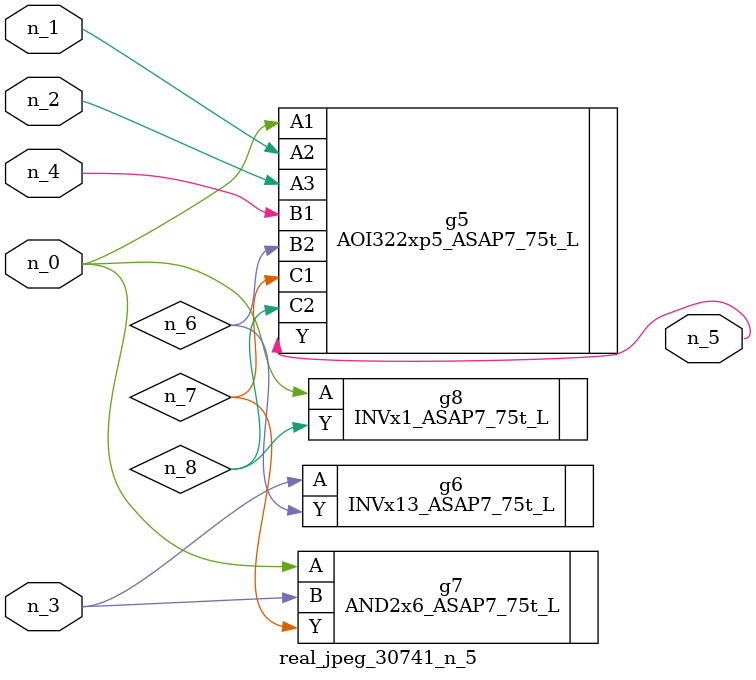
<source format=v>
module real_jpeg_30741_n_5 (n_4, n_0, n_1, n_2, n_3, n_5);

input n_4;
input n_0;
input n_1;
input n_2;
input n_3;

output n_5;

wire n_8;
wire n_6;
wire n_7;

AOI322xp5_ASAP7_75t_L g5 ( 
.A1(n_0),
.A2(n_1),
.A3(n_2),
.B1(n_4),
.B2(n_6),
.C1(n_7),
.C2(n_8),
.Y(n_5)
);

AND2x6_ASAP7_75t_L g7 ( 
.A(n_0),
.B(n_3),
.Y(n_7)
);

INVx1_ASAP7_75t_L g8 ( 
.A(n_0),
.Y(n_8)
);

INVx13_ASAP7_75t_L g6 ( 
.A(n_3),
.Y(n_6)
);


endmodule
</source>
